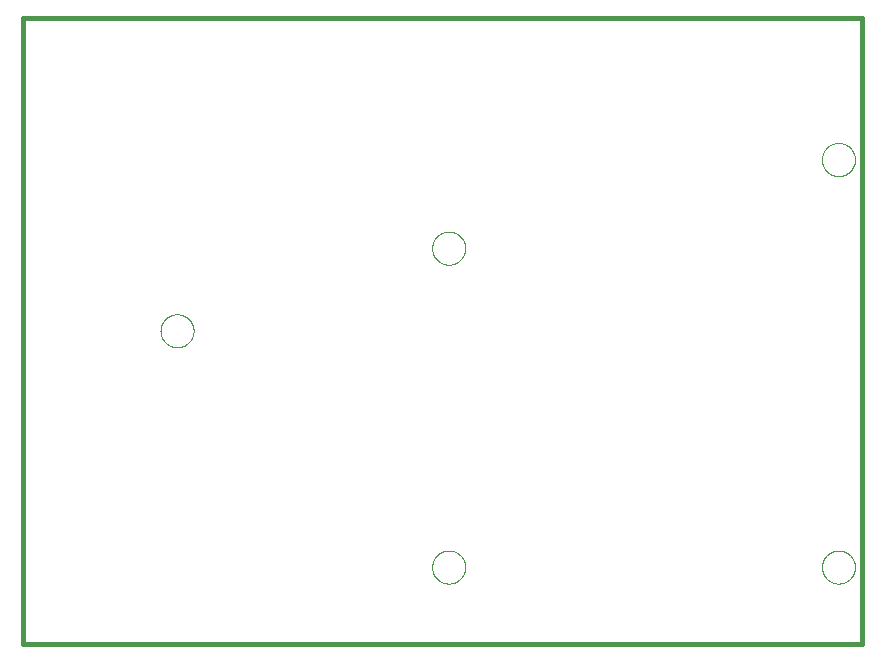
<source format=gbp>
G75*
%MOIN*%
%OFA0B0*%
%FSLAX25Y25*%
%IPPOS*%
%LPD*%
%AMOC8*
5,1,8,0,0,1.08239X$1,22.5*
%
%ADD10C,0.01600*%
%ADD11C,0.00000*%
D10*
X0001800Y0001800D02*
X0281328Y0001800D01*
X0281328Y0210461D01*
X0001800Y0210461D01*
X0001800Y0001800D01*
D11*
X0138020Y0027391D02*
X0138022Y0027539D01*
X0138028Y0027687D01*
X0138038Y0027835D01*
X0138052Y0027982D01*
X0138070Y0028129D01*
X0138091Y0028275D01*
X0138117Y0028421D01*
X0138147Y0028566D01*
X0138180Y0028710D01*
X0138218Y0028853D01*
X0138259Y0028995D01*
X0138304Y0029136D01*
X0138352Y0029276D01*
X0138405Y0029415D01*
X0138461Y0029552D01*
X0138521Y0029687D01*
X0138584Y0029821D01*
X0138651Y0029953D01*
X0138722Y0030083D01*
X0138796Y0030211D01*
X0138873Y0030337D01*
X0138954Y0030461D01*
X0139038Y0030583D01*
X0139125Y0030702D01*
X0139216Y0030819D01*
X0139310Y0030934D01*
X0139406Y0031046D01*
X0139506Y0031156D01*
X0139608Y0031262D01*
X0139714Y0031366D01*
X0139822Y0031467D01*
X0139933Y0031565D01*
X0140046Y0031661D01*
X0140162Y0031753D01*
X0140280Y0031842D01*
X0140401Y0031927D01*
X0140524Y0032010D01*
X0140649Y0032089D01*
X0140776Y0032165D01*
X0140905Y0032237D01*
X0141036Y0032306D01*
X0141169Y0032371D01*
X0141304Y0032432D01*
X0141440Y0032490D01*
X0141577Y0032545D01*
X0141716Y0032595D01*
X0141857Y0032642D01*
X0141998Y0032685D01*
X0142141Y0032725D01*
X0142285Y0032760D01*
X0142429Y0032792D01*
X0142575Y0032819D01*
X0142721Y0032843D01*
X0142868Y0032863D01*
X0143015Y0032879D01*
X0143162Y0032891D01*
X0143310Y0032899D01*
X0143458Y0032903D01*
X0143606Y0032903D01*
X0143754Y0032899D01*
X0143902Y0032891D01*
X0144049Y0032879D01*
X0144196Y0032863D01*
X0144343Y0032843D01*
X0144489Y0032819D01*
X0144635Y0032792D01*
X0144779Y0032760D01*
X0144923Y0032725D01*
X0145066Y0032685D01*
X0145207Y0032642D01*
X0145348Y0032595D01*
X0145487Y0032545D01*
X0145624Y0032490D01*
X0145760Y0032432D01*
X0145895Y0032371D01*
X0146028Y0032306D01*
X0146159Y0032237D01*
X0146288Y0032165D01*
X0146415Y0032089D01*
X0146540Y0032010D01*
X0146663Y0031927D01*
X0146784Y0031842D01*
X0146902Y0031753D01*
X0147018Y0031661D01*
X0147131Y0031565D01*
X0147242Y0031467D01*
X0147350Y0031366D01*
X0147456Y0031262D01*
X0147558Y0031156D01*
X0147658Y0031046D01*
X0147754Y0030934D01*
X0147848Y0030819D01*
X0147939Y0030702D01*
X0148026Y0030583D01*
X0148110Y0030461D01*
X0148191Y0030337D01*
X0148268Y0030211D01*
X0148342Y0030083D01*
X0148413Y0029953D01*
X0148480Y0029821D01*
X0148543Y0029687D01*
X0148603Y0029552D01*
X0148659Y0029415D01*
X0148712Y0029276D01*
X0148760Y0029136D01*
X0148805Y0028995D01*
X0148846Y0028853D01*
X0148884Y0028710D01*
X0148917Y0028566D01*
X0148947Y0028421D01*
X0148973Y0028275D01*
X0148994Y0028129D01*
X0149012Y0027982D01*
X0149026Y0027835D01*
X0149036Y0027687D01*
X0149042Y0027539D01*
X0149044Y0027391D01*
X0149042Y0027243D01*
X0149036Y0027095D01*
X0149026Y0026947D01*
X0149012Y0026800D01*
X0148994Y0026653D01*
X0148973Y0026507D01*
X0148947Y0026361D01*
X0148917Y0026216D01*
X0148884Y0026072D01*
X0148846Y0025929D01*
X0148805Y0025787D01*
X0148760Y0025646D01*
X0148712Y0025506D01*
X0148659Y0025367D01*
X0148603Y0025230D01*
X0148543Y0025095D01*
X0148480Y0024961D01*
X0148413Y0024829D01*
X0148342Y0024699D01*
X0148268Y0024571D01*
X0148191Y0024445D01*
X0148110Y0024321D01*
X0148026Y0024199D01*
X0147939Y0024080D01*
X0147848Y0023963D01*
X0147754Y0023848D01*
X0147658Y0023736D01*
X0147558Y0023626D01*
X0147456Y0023520D01*
X0147350Y0023416D01*
X0147242Y0023315D01*
X0147131Y0023217D01*
X0147018Y0023121D01*
X0146902Y0023029D01*
X0146784Y0022940D01*
X0146663Y0022855D01*
X0146540Y0022772D01*
X0146415Y0022693D01*
X0146288Y0022617D01*
X0146159Y0022545D01*
X0146028Y0022476D01*
X0145895Y0022411D01*
X0145760Y0022350D01*
X0145624Y0022292D01*
X0145487Y0022237D01*
X0145348Y0022187D01*
X0145207Y0022140D01*
X0145066Y0022097D01*
X0144923Y0022057D01*
X0144779Y0022022D01*
X0144635Y0021990D01*
X0144489Y0021963D01*
X0144343Y0021939D01*
X0144196Y0021919D01*
X0144049Y0021903D01*
X0143902Y0021891D01*
X0143754Y0021883D01*
X0143606Y0021879D01*
X0143458Y0021879D01*
X0143310Y0021883D01*
X0143162Y0021891D01*
X0143015Y0021903D01*
X0142868Y0021919D01*
X0142721Y0021939D01*
X0142575Y0021963D01*
X0142429Y0021990D01*
X0142285Y0022022D01*
X0142141Y0022057D01*
X0141998Y0022097D01*
X0141857Y0022140D01*
X0141716Y0022187D01*
X0141577Y0022237D01*
X0141440Y0022292D01*
X0141304Y0022350D01*
X0141169Y0022411D01*
X0141036Y0022476D01*
X0140905Y0022545D01*
X0140776Y0022617D01*
X0140649Y0022693D01*
X0140524Y0022772D01*
X0140401Y0022855D01*
X0140280Y0022940D01*
X0140162Y0023029D01*
X0140046Y0023121D01*
X0139933Y0023217D01*
X0139822Y0023315D01*
X0139714Y0023416D01*
X0139608Y0023520D01*
X0139506Y0023626D01*
X0139406Y0023736D01*
X0139310Y0023848D01*
X0139216Y0023963D01*
X0139125Y0024080D01*
X0139038Y0024199D01*
X0138954Y0024321D01*
X0138873Y0024445D01*
X0138796Y0024571D01*
X0138722Y0024699D01*
X0138651Y0024829D01*
X0138584Y0024961D01*
X0138521Y0025095D01*
X0138461Y0025230D01*
X0138405Y0025367D01*
X0138352Y0025506D01*
X0138304Y0025646D01*
X0138259Y0025787D01*
X0138218Y0025929D01*
X0138180Y0026072D01*
X0138147Y0026216D01*
X0138117Y0026361D01*
X0138091Y0026507D01*
X0138070Y0026653D01*
X0138052Y0026800D01*
X0138038Y0026947D01*
X0138028Y0027095D01*
X0138022Y0027243D01*
X0138020Y0027391D01*
X0047469Y0106131D02*
X0047471Y0106279D01*
X0047477Y0106427D01*
X0047487Y0106575D01*
X0047501Y0106722D01*
X0047519Y0106869D01*
X0047540Y0107015D01*
X0047566Y0107161D01*
X0047596Y0107306D01*
X0047629Y0107450D01*
X0047667Y0107593D01*
X0047708Y0107735D01*
X0047753Y0107876D01*
X0047801Y0108016D01*
X0047854Y0108155D01*
X0047910Y0108292D01*
X0047970Y0108427D01*
X0048033Y0108561D01*
X0048100Y0108693D01*
X0048171Y0108823D01*
X0048245Y0108951D01*
X0048322Y0109077D01*
X0048403Y0109201D01*
X0048487Y0109323D01*
X0048574Y0109442D01*
X0048665Y0109559D01*
X0048759Y0109674D01*
X0048855Y0109786D01*
X0048955Y0109896D01*
X0049057Y0110002D01*
X0049163Y0110106D01*
X0049271Y0110207D01*
X0049382Y0110305D01*
X0049495Y0110401D01*
X0049611Y0110493D01*
X0049729Y0110582D01*
X0049850Y0110667D01*
X0049973Y0110750D01*
X0050098Y0110829D01*
X0050225Y0110905D01*
X0050354Y0110977D01*
X0050485Y0111046D01*
X0050618Y0111111D01*
X0050753Y0111172D01*
X0050889Y0111230D01*
X0051026Y0111285D01*
X0051165Y0111335D01*
X0051306Y0111382D01*
X0051447Y0111425D01*
X0051590Y0111465D01*
X0051734Y0111500D01*
X0051878Y0111532D01*
X0052024Y0111559D01*
X0052170Y0111583D01*
X0052317Y0111603D01*
X0052464Y0111619D01*
X0052611Y0111631D01*
X0052759Y0111639D01*
X0052907Y0111643D01*
X0053055Y0111643D01*
X0053203Y0111639D01*
X0053351Y0111631D01*
X0053498Y0111619D01*
X0053645Y0111603D01*
X0053792Y0111583D01*
X0053938Y0111559D01*
X0054084Y0111532D01*
X0054228Y0111500D01*
X0054372Y0111465D01*
X0054515Y0111425D01*
X0054656Y0111382D01*
X0054797Y0111335D01*
X0054936Y0111285D01*
X0055073Y0111230D01*
X0055209Y0111172D01*
X0055344Y0111111D01*
X0055477Y0111046D01*
X0055608Y0110977D01*
X0055737Y0110905D01*
X0055864Y0110829D01*
X0055989Y0110750D01*
X0056112Y0110667D01*
X0056233Y0110582D01*
X0056351Y0110493D01*
X0056467Y0110401D01*
X0056580Y0110305D01*
X0056691Y0110207D01*
X0056799Y0110106D01*
X0056905Y0110002D01*
X0057007Y0109896D01*
X0057107Y0109786D01*
X0057203Y0109674D01*
X0057297Y0109559D01*
X0057388Y0109442D01*
X0057475Y0109323D01*
X0057559Y0109201D01*
X0057640Y0109077D01*
X0057717Y0108951D01*
X0057791Y0108823D01*
X0057862Y0108693D01*
X0057929Y0108561D01*
X0057992Y0108427D01*
X0058052Y0108292D01*
X0058108Y0108155D01*
X0058161Y0108016D01*
X0058209Y0107876D01*
X0058254Y0107735D01*
X0058295Y0107593D01*
X0058333Y0107450D01*
X0058366Y0107306D01*
X0058396Y0107161D01*
X0058422Y0107015D01*
X0058443Y0106869D01*
X0058461Y0106722D01*
X0058475Y0106575D01*
X0058485Y0106427D01*
X0058491Y0106279D01*
X0058493Y0106131D01*
X0058491Y0105983D01*
X0058485Y0105835D01*
X0058475Y0105687D01*
X0058461Y0105540D01*
X0058443Y0105393D01*
X0058422Y0105247D01*
X0058396Y0105101D01*
X0058366Y0104956D01*
X0058333Y0104812D01*
X0058295Y0104669D01*
X0058254Y0104527D01*
X0058209Y0104386D01*
X0058161Y0104246D01*
X0058108Y0104107D01*
X0058052Y0103970D01*
X0057992Y0103835D01*
X0057929Y0103701D01*
X0057862Y0103569D01*
X0057791Y0103439D01*
X0057717Y0103311D01*
X0057640Y0103185D01*
X0057559Y0103061D01*
X0057475Y0102939D01*
X0057388Y0102820D01*
X0057297Y0102703D01*
X0057203Y0102588D01*
X0057107Y0102476D01*
X0057007Y0102366D01*
X0056905Y0102260D01*
X0056799Y0102156D01*
X0056691Y0102055D01*
X0056580Y0101957D01*
X0056467Y0101861D01*
X0056351Y0101769D01*
X0056233Y0101680D01*
X0056112Y0101595D01*
X0055989Y0101512D01*
X0055864Y0101433D01*
X0055737Y0101357D01*
X0055608Y0101285D01*
X0055477Y0101216D01*
X0055344Y0101151D01*
X0055209Y0101090D01*
X0055073Y0101032D01*
X0054936Y0100977D01*
X0054797Y0100927D01*
X0054656Y0100880D01*
X0054515Y0100837D01*
X0054372Y0100797D01*
X0054228Y0100762D01*
X0054084Y0100730D01*
X0053938Y0100703D01*
X0053792Y0100679D01*
X0053645Y0100659D01*
X0053498Y0100643D01*
X0053351Y0100631D01*
X0053203Y0100623D01*
X0053055Y0100619D01*
X0052907Y0100619D01*
X0052759Y0100623D01*
X0052611Y0100631D01*
X0052464Y0100643D01*
X0052317Y0100659D01*
X0052170Y0100679D01*
X0052024Y0100703D01*
X0051878Y0100730D01*
X0051734Y0100762D01*
X0051590Y0100797D01*
X0051447Y0100837D01*
X0051306Y0100880D01*
X0051165Y0100927D01*
X0051026Y0100977D01*
X0050889Y0101032D01*
X0050753Y0101090D01*
X0050618Y0101151D01*
X0050485Y0101216D01*
X0050354Y0101285D01*
X0050225Y0101357D01*
X0050098Y0101433D01*
X0049973Y0101512D01*
X0049850Y0101595D01*
X0049729Y0101680D01*
X0049611Y0101769D01*
X0049495Y0101861D01*
X0049382Y0101957D01*
X0049271Y0102055D01*
X0049163Y0102156D01*
X0049057Y0102260D01*
X0048955Y0102366D01*
X0048855Y0102476D01*
X0048759Y0102588D01*
X0048665Y0102703D01*
X0048574Y0102820D01*
X0048487Y0102939D01*
X0048403Y0103061D01*
X0048322Y0103185D01*
X0048245Y0103311D01*
X0048171Y0103439D01*
X0048100Y0103569D01*
X0048033Y0103701D01*
X0047970Y0103835D01*
X0047910Y0103970D01*
X0047854Y0104107D01*
X0047801Y0104246D01*
X0047753Y0104386D01*
X0047708Y0104527D01*
X0047667Y0104669D01*
X0047629Y0104812D01*
X0047596Y0104956D01*
X0047566Y0105101D01*
X0047540Y0105247D01*
X0047519Y0105393D01*
X0047501Y0105540D01*
X0047487Y0105687D01*
X0047477Y0105835D01*
X0047471Y0105983D01*
X0047469Y0106131D01*
X0138020Y0133690D02*
X0138022Y0133838D01*
X0138028Y0133986D01*
X0138038Y0134134D01*
X0138052Y0134281D01*
X0138070Y0134428D01*
X0138091Y0134574D01*
X0138117Y0134720D01*
X0138147Y0134865D01*
X0138180Y0135009D01*
X0138218Y0135152D01*
X0138259Y0135294D01*
X0138304Y0135435D01*
X0138352Y0135575D01*
X0138405Y0135714D01*
X0138461Y0135851D01*
X0138521Y0135986D01*
X0138584Y0136120D01*
X0138651Y0136252D01*
X0138722Y0136382D01*
X0138796Y0136510D01*
X0138873Y0136636D01*
X0138954Y0136760D01*
X0139038Y0136882D01*
X0139125Y0137001D01*
X0139216Y0137118D01*
X0139310Y0137233D01*
X0139406Y0137345D01*
X0139506Y0137455D01*
X0139608Y0137561D01*
X0139714Y0137665D01*
X0139822Y0137766D01*
X0139933Y0137864D01*
X0140046Y0137960D01*
X0140162Y0138052D01*
X0140280Y0138141D01*
X0140401Y0138226D01*
X0140524Y0138309D01*
X0140649Y0138388D01*
X0140776Y0138464D01*
X0140905Y0138536D01*
X0141036Y0138605D01*
X0141169Y0138670D01*
X0141304Y0138731D01*
X0141440Y0138789D01*
X0141577Y0138844D01*
X0141716Y0138894D01*
X0141857Y0138941D01*
X0141998Y0138984D01*
X0142141Y0139024D01*
X0142285Y0139059D01*
X0142429Y0139091D01*
X0142575Y0139118D01*
X0142721Y0139142D01*
X0142868Y0139162D01*
X0143015Y0139178D01*
X0143162Y0139190D01*
X0143310Y0139198D01*
X0143458Y0139202D01*
X0143606Y0139202D01*
X0143754Y0139198D01*
X0143902Y0139190D01*
X0144049Y0139178D01*
X0144196Y0139162D01*
X0144343Y0139142D01*
X0144489Y0139118D01*
X0144635Y0139091D01*
X0144779Y0139059D01*
X0144923Y0139024D01*
X0145066Y0138984D01*
X0145207Y0138941D01*
X0145348Y0138894D01*
X0145487Y0138844D01*
X0145624Y0138789D01*
X0145760Y0138731D01*
X0145895Y0138670D01*
X0146028Y0138605D01*
X0146159Y0138536D01*
X0146288Y0138464D01*
X0146415Y0138388D01*
X0146540Y0138309D01*
X0146663Y0138226D01*
X0146784Y0138141D01*
X0146902Y0138052D01*
X0147018Y0137960D01*
X0147131Y0137864D01*
X0147242Y0137766D01*
X0147350Y0137665D01*
X0147456Y0137561D01*
X0147558Y0137455D01*
X0147658Y0137345D01*
X0147754Y0137233D01*
X0147848Y0137118D01*
X0147939Y0137001D01*
X0148026Y0136882D01*
X0148110Y0136760D01*
X0148191Y0136636D01*
X0148268Y0136510D01*
X0148342Y0136382D01*
X0148413Y0136252D01*
X0148480Y0136120D01*
X0148543Y0135986D01*
X0148603Y0135851D01*
X0148659Y0135714D01*
X0148712Y0135575D01*
X0148760Y0135435D01*
X0148805Y0135294D01*
X0148846Y0135152D01*
X0148884Y0135009D01*
X0148917Y0134865D01*
X0148947Y0134720D01*
X0148973Y0134574D01*
X0148994Y0134428D01*
X0149012Y0134281D01*
X0149026Y0134134D01*
X0149036Y0133986D01*
X0149042Y0133838D01*
X0149044Y0133690D01*
X0149042Y0133542D01*
X0149036Y0133394D01*
X0149026Y0133246D01*
X0149012Y0133099D01*
X0148994Y0132952D01*
X0148973Y0132806D01*
X0148947Y0132660D01*
X0148917Y0132515D01*
X0148884Y0132371D01*
X0148846Y0132228D01*
X0148805Y0132086D01*
X0148760Y0131945D01*
X0148712Y0131805D01*
X0148659Y0131666D01*
X0148603Y0131529D01*
X0148543Y0131394D01*
X0148480Y0131260D01*
X0148413Y0131128D01*
X0148342Y0130998D01*
X0148268Y0130870D01*
X0148191Y0130744D01*
X0148110Y0130620D01*
X0148026Y0130498D01*
X0147939Y0130379D01*
X0147848Y0130262D01*
X0147754Y0130147D01*
X0147658Y0130035D01*
X0147558Y0129925D01*
X0147456Y0129819D01*
X0147350Y0129715D01*
X0147242Y0129614D01*
X0147131Y0129516D01*
X0147018Y0129420D01*
X0146902Y0129328D01*
X0146784Y0129239D01*
X0146663Y0129154D01*
X0146540Y0129071D01*
X0146415Y0128992D01*
X0146288Y0128916D01*
X0146159Y0128844D01*
X0146028Y0128775D01*
X0145895Y0128710D01*
X0145760Y0128649D01*
X0145624Y0128591D01*
X0145487Y0128536D01*
X0145348Y0128486D01*
X0145207Y0128439D01*
X0145066Y0128396D01*
X0144923Y0128356D01*
X0144779Y0128321D01*
X0144635Y0128289D01*
X0144489Y0128262D01*
X0144343Y0128238D01*
X0144196Y0128218D01*
X0144049Y0128202D01*
X0143902Y0128190D01*
X0143754Y0128182D01*
X0143606Y0128178D01*
X0143458Y0128178D01*
X0143310Y0128182D01*
X0143162Y0128190D01*
X0143015Y0128202D01*
X0142868Y0128218D01*
X0142721Y0128238D01*
X0142575Y0128262D01*
X0142429Y0128289D01*
X0142285Y0128321D01*
X0142141Y0128356D01*
X0141998Y0128396D01*
X0141857Y0128439D01*
X0141716Y0128486D01*
X0141577Y0128536D01*
X0141440Y0128591D01*
X0141304Y0128649D01*
X0141169Y0128710D01*
X0141036Y0128775D01*
X0140905Y0128844D01*
X0140776Y0128916D01*
X0140649Y0128992D01*
X0140524Y0129071D01*
X0140401Y0129154D01*
X0140280Y0129239D01*
X0140162Y0129328D01*
X0140046Y0129420D01*
X0139933Y0129516D01*
X0139822Y0129614D01*
X0139714Y0129715D01*
X0139608Y0129819D01*
X0139506Y0129925D01*
X0139406Y0130035D01*
X0139310Y0130147D01*
X0139216Y0130262D01*
X0139125Y0130379D01*
X0139038Y0130498D01*
X0138954Y0130620D01*
X0138873Y0130744D01*
X0138796Y0130870D01*
X0138722Y0130998D01*
X0138651Y0131128D01*
X0138584Y0131260D01*
X0138521Y0131394D01*
X0138461Y0131529D01*
X0138405Y0131666D01*
X0138352Y0131805D01*
X0138304Y0131945D01*
X0138259Y0132086D01*
X0138218Y0132228D01*
X0138180Y0132371D01*
X0138147Y0132515D01*
X0138117Y0132660D01*
X0138091Y0132806D01*
X0138070Y0132952D01*
X0138052Y0133099D01*
X0138038Y0133246D01*
X0138028Y0133394D01*
X0138022Y0133542D01*
X0138020Y0133690D01*
X0267942Y0163217D02*
X0267944Y0163365D01*
X0267950Y0163513D01*
X0267960Y0163661D01*
X0267974Y0163808D01*
X0267992Y0163955D01*
X0268013Y0164101D01*
X0268039Y0164247D01*
X0268069Y0164392D01*
X0268102Y0164536D01*
X0268140Y0164679D01*
X0268181Y0164821D01*
X0268226Y0164962D01*
X0268274Y0165102D01*
X0268327Y0165241D01*
X0268383Y0165378D01*
X0268443Y0165513D01*
X0268506Y0165647D01*
X0268573Y0165779D01*
X0268644Y0165909D01*
X0268718Y0166037D01*
X0268795Y0166163D01*
X0268876Y0166287D01*
X0268960Y0166409D01*
X0269047Y0166528D01*
X0269138Y0166645D01*
X0269232Y0166760D01*
X0269328Y0166872D01*
X0269428Y0166982D01*
X0269530Y0167088D01*
X0269636Y0167192D01*
X0269744Y0167293D01*
X0269855Y0167391D01*
X0269968Y0167487D01*
X0270084Y0167579D01*
X0270202Y0167668D01*
X0270323Y0167753D01*
X0270446Y0167836D01*
X0270571Y0167915D01*
X0270698Y0167991D01*
X0270827Y0168063D01*
X0270958Y0168132D01*
X0271091Y0168197D01*
X0271226Y0168258D01*
X0271362Y0168316D01*
X0271499Y0168371D01*
X0271638Y0168421D01*
X0271779Y0168468D01*
X0271920Y0168511D01*
X0272063Y0168551D01*
X0272207Y0168586D01*
X0272351Y0168618D01*
X0272497Y0168645D01*
X0272643Y0168669D01*
X0272790Y0168689D01*
X0272937Y0168705D01*
X0273084Y0168717D01*
X0273232Y0168725D01*
X0273380Y0168729D01*
X0273528Y0168729D01*
X0273676Y0168725D01*
X0273824Y0168717D01*
X0273971Y0168705D01*
X0274118Y0168689D01*
X0274265Y0168669D01*
X0274411Y0168645D01*
X0274557Y0168618D01*
X0274701Y0168586D01*
X0274845Y0168551D01*
X0274988Y0168511D01*
X0275129Y0168468D01*
X0275270Y0168421D01*
X0275409Y0168371D01*
X0275546Y0168316D01*
X0275682Y0168258D01*
X0275817Y0168197D01*
X0275950Y0168132D01*
X0276081Y0168063D01*
X0276210Y0167991D01*
X0276337Y0167915D01*
X0276462Y0167836D01*
X0276585Y0167753D01*
X0276706Y0167668D01*
X0276824Y0167579D01*
X0276940Y0167487D01*
X0277053Y0167391D01*
X0277164Y0167293D01*
X0277272Y0167192D01*
X0277378Y0167088D01*
X0277480Y0166982D01*
X0277580Y0166872D01*
X0277676Y0166760D01*
X0277770Y0166645D01*
X0277861Y0166528D01*
X0277948Y0166409D01*
X0278032Y0166287D01*
X0278113Y0166163D01*
X0278190Y0166037D01*
X0278264Y0165909D01*
X0278335Y0165779D01*
X0278402Y0165647D01*
X0278465Y0165513D01*
X0278525Y0165378D01*
X0278581Y0165241D01*
X0278634Y0165102D01*
X0278682Y0164962D01*
X0278727Y0164821D01*
X0278768Y0164679D01*
X0278806Y0164536D01*
X0278839Y0164392D01*
X0278869Y0164247D01*
X0278895Y0164101D01*
X0278916Y0163955D01*
X0278934Y0163808D01*
X0278948Y0163661D01*
X0278958Y0163513D01*
X0278964Y0163365D01*
X0278966Y0163217D01*
X0278964Y0163069D01*
X0278958Y0162921D01*
X0278948Y0162773D01*
X0278934Y0162626D01*
X0278916Y0162479D01*
X0278895Y0162333D01*
X0278869Y0162187D01*
X0278839Y0162042D01*
X0278806Y0161898D01*
X0278768Y0161755D01*
X0278727Y0161613D01*
X0278682Y0161472D01*
X0278634Y0161332D01*
X0278581Y0161193D01*
X0278525Y0161056D01*
X0278465Y0160921D01*
X0278402Y0160787D01*
X0278335Y0160655D01*
X0278264Y0160525D01*
X0278190Y0160397D01*
X0278113Y0160271D01*
X0278032Y0160147D01*
X0277948Y0160025D01*
X0277861Y0159906D01*
X0277770Y0159789D01*
X0277676Y0159674D01*
X0277580Y0159562D01*
X0277480Y0159452D01*
X0277378Y0159346D01*
X0277272Y0159242D01*
X0277164Y0159141D01*
X0277053Y0159043D01*
X0276940Y0158947D01*
X0276824Y0158855D01*
X0276706Y0158766D01*
X0276585Y0158681D01*
X0276462Y0158598D01*
X0276337Y0158519D01*
X0276210Y0158443D01*
X0276081Y0158371D01*
X0275950Y0158302D01*
X0275817Y0158237D01*
X0275682Y0158176D01*
X0275546Y0158118D01*
X0275409Y0158063D01*
X0275270Y0158013D01*
X0275129Y0157966D01*
X0274988Y0157923D01*
X0274845Y0157883D01*
X0274701Y0157848D01*
X0274557Y0157816D01*
X0274411Y0157789D01*
X0274265Y0157765D01*
X0274118Y0157745D01*
X0273971Y0157729D01*
X0273824Y0157717D01*
X0273676Y0157709D01*
X0273528Y0157705D01*
X0273380Y0157705D01*
X0273232Y0157709D01*
X0273084Y0157717D01*
X0272937Y0157729D01*
X0272790Y0157745D01*
X0272643Y0157765D01*
X0272497Y0157789D01*
X0272351Y0157816D01*
X0272207Y0157848D01*
X0272063Y0157883D01*
X0271920Y0157923D01*
X0271779Y0157966D01*
X0271638Y0158013D01*
X0271499Y0158063D01*
X0271362Y0158118D01*
X0271226Y0158176D01*
X0271091Y0158237D01*
X0270958Y0158302D01*
X0270827Y0158371D01*
X0270698Y0158443D01*
X0270571Y0158519D01*
X0270446Y0158598D01*
X0270323Y0158681D01*
X0270202Y0158766D01*
X0270084Y0158855D01*
X0269968Y0158947D01*
X0269855Y0159043D01*
X0269744Y0159141D01*
X0269636Y0159242D01*
X0269530Y0159346D01*
X0269428Y0159452D01*
X0269328Y0159562D01*
X0269232Y0159674D01*
X0269138Y0159789D01*
X0269047Y0159906D01*
X0268960Y0160025D01*
X0268876Y0160147D01*
X0268795Y0160271D01*
X0268718Y0160397D01*
X0268644Y0160525D01*
X0268573Y0160655D01*
X0268506Y0160787D01*
X0268443Y0160921D01*
X0268383Y0161056D01*
X0268327Y0161193D01*
X0268274Y0161332D01*
X0268226Y0161472D01*
X0268181Y0161613D01*
X0268140Y0161755D01*
X0268102Y0161898D01*
X0268069Y0162042D01*
X0268039Y0162187D01*
X0268013Y0162333D01*
X0267992Y0162479D01*
X0267974Y0162626D01*
X0267960Y0162773D01*
X0267950Y0162921D01*
X0267944Y0163069D01*
X0267942Y0163217D01*
X0267942Y0027391D02*
X0267944Y0027539D01*
X0267950Y0027687D01*
X0267960Y0027835D01*
X0267974Y0027982D01*
X0267992Y0028129D01*
X0268013Y0028275D01*
X0268039Y0028421D01*
X0268069Y0028566D01*
X0268102Y0028710D01*
X0268140Y0028853D01*
X0268181Y0028995D01*
X0268226Y0029136D01*
X0268274Y0029276D01*
X0268327Y0029415D01*
X0268383Y0029552D01*
X0268443Y0029687D01*
X0268506Y0029821D01*
X0268573Y0029953D01*
X0268644Y0030083D01*
X0268718Y0030211D01*
X0268795Y0030337D01*
X0268876Y0030461D01*
X0268960Y0030583D01*
X0269047Y0030702D01*
X0269138Y0030819D01*
X0269232Y0030934D01*
X0269328Y0031046D01*
X0269428Y0031156D01*
X0269530Y0031262D01*
X0269636Y0031366D01*
X0269744Y0031467D01*
X0269855Y0031565D01*
X0269968Y0031661D01*
X0270084Y0031753D01*
X0270202Y0031842D01*
X0270323Y0031927D01*
X0270446Y0032010D01*
X0270571Y0032089D01*
X0270698Y0032165D01*
X0270827Y0032237D01*
X0270958Y0032306D01*
X0271091Y0032371D01*
X0271226Y0032432D01*
X0271362Y0032490D01*
X0271499Y0032545D01*
X0271638Y0032595D01*
X0271779Y0032642D01*
X0271920Y0032685D01*
X0272063Y0032725D01*
X0272207Y0032760D01*
X0272351Y0032792D01*
X0272497Y0032819D01*
X0272643Y0032843D01*
X0272790Y0032863D01*
X0272937Y0032879D01*
X0273084Y0032891D01*
X0273232Y0032899D01*
X0273380Y0032903D01*
X0273528Y0032903D01*
X0273676Y0032899D01*
X0273824Y0032891D01*
X0273971Y0032879D01*
X0274118Y0032863D01*
X0274265Y0032843D01*
X0274411Y0032819D01*
X0274557Y0032792D01*
X0274701Y0032760D01*
X0274845Y0032725D01*
X0274988Y0032685D01*
X0275129Y0032642D01*
X0275270Y0032595D01*
X0275409Y0032545D01*
X0275546Y0032490D01*
X0275682Y0032432D01*
X0275817Y0032371D01*
X0275950Y0032306D01*
X0276081Y0032237D01*
X0276210Y0032165D01*
X0276337Y0032089D01*
X0276462Y0032010D01*
X0276585Y0031927D01*
X0276706Y0031842D01*
X0276824Y0031753D01*
X0276940Y0031661D01*
X0277053Y0031565D01*
X0277164Y0031467D01*
X0277272Y0031366D01*
X0277378Y0031262D01*
X0277480Y0031156D01*
X0277580Y0031046D01*
X0277676Y0030934D01*
X0277770Y0030819D01*
X0277861Y0030702D01*
X0277948Y0030583D01*
X0278032Y0030461D01*
X0278113Y0030337D01*
X0278190Y0030211D01*
X0278264Y0030083D01*
X0278335Y0029953D01*
X0278402Y0029821D01*
X0278465Y0029687D01*
X0278525Y0029552D01*
X0278581Y0029415D01*
X0278634Y0029276D01*
X0278682Y0029136D01*
X0278727Y0028995D01*
X0278768Y0028853D01*
X0278806Y0028710D01*
X0278839Y0028566D01*
X0278869Y0028421D01*
X0278895Y0028275D01*
X0278916Y0028129D01*
X0278934Y0027982D01*
X0278948Y0027835D01*
X0278958Y0027687D01*
X0278964Y0027539D01*
X0278966Y0027391D01*
X0278964Y0027243D01*
X0278958Y0027095D01*
X0278948Y0026947D01*
X0278934Y0026800D01*
X0278916Y0026653D01*
X0278895Y0026507D01*
X0278869Y0026361D01*
X0278839Y0026216D01*
X0278806Y0026072D01*
X0278768Y0025929D01*
X0278727Y0025787D01*
X0278682Y0025646D01*
X0278634Y0025506D01*
X0278581Y0025367D01*
X0278525Y0025230D01*
X0278465Y0025095D01*
X0278402Y0024961D01*
X0278335Y0024829D01*
X0278264Y0024699D01*
X0278190Y0024571D01*
X0278113Y0024445D01*
X0278032Y0024321D01*
X0277948Y0024199D01*
X0277861Y0024080D01*
X0277770Y0023963D01*
X0277676Y0023848D01*
X0277580Y0023736D01*
X0277480Y0023626D01*
X0277378Y0023520D01*
X0277272Y0023416D01*
X0277164Y0023315D01*
X0277053Y0023217D01*
X0276940Y0023121D01*
X0276824Y0023029D01*
X0276706Y0022940D01*
X0276585Y0022855D01*
X0276462Y0022772D01*
X0276337Y0022693D01*
X0276210Y0022617D01*
X0276081Y0022545D01*
X0275950Y0022476D01*
X0275817Y0022411D01*
X0275682Y0022350D01*
X0275546Y0022292D01*
X0275409Y0022237D01*
X0275270Y0022187D01*
X0275129Y0022140D01*
X0274988Y0022097D01*
X0274845Y0022057D01*
X0274701Y0022022D01*
X0274557Y0021990D01*
X0274411Y0021963D01*
X0274265Y0021939D01*
X0274118Y0021919D01*
X0273971Y0021903D01*
X0273824Y0021891D01*
X0273676Y0021883D01*
X0273528Y0021879D01*
X0273380Y0021879D01*
X0273232Y0021883D01*
X0273084Y0021891D01*
X0272937Y0021903D01*
X0272790Y0021919D01*
X0272643Y0021939D01*
X0272497Y0021963D01*
X0272351Y0021990D01*
X0272207Y0022022D01*
X0272063Y0022057D01*
X0271920Y0022097D01*
X0271779Y0022140D01*
X0271638Y0022187D01*
X0271499Y0022237D01*
X0271362Y0022292D01*
X0271226Y0022350D01*
X0271091Y0022411D01*
X0270958Y0022476D01*
X0270827Y0022545D01*
X0270698Y0022617D01*
X0270571Y0022693D01*
X0270446Y0022772D01*
X0270323Y0022855D01*
X0270202Y0022940D01*
X0270084Y0023029D01*
X0269968Y0023121D01*
X0269855Y0023217D01*
X0269744Y0023315D01*
X0269636Y0023416D01*
X0269530Y0023520D01*
X0269428Y0023626D01*
X0269328Y0023736D01*
X0269232Y0023848D01*
X0269138Y0023963D01*
X0269047Y0024080D01*
X0268960Y0024199D01*
X0268876Y0024321D01*
X0268795Y0024445D01*
X0268718Y0024571D01*
X0268644Y0024699D01*
X0268573Y0024829D01*
X0268506Y0024961D01*
X0268443Y0025095D01*
X0268383Y0025230D01*
X0268327Y0025367D01*
X0268274Y0025506D01*
X0268226Y0025646D01*
X0268181Y0025787D01*
X0268140Y0025929D01*
X0268102Y0026072D01*
X0268069Y0026216D01*
X0268039Y0026361D01*
X0268013Y0026507D01*
X0267992Y0026653D01*
X0267974Y0026800D01*
X0267960Y0026947D01*
X0267950Y0027095D01*
X0267944Y0027243D01*
X0267942Y0027391D01*
M02*

</source>
